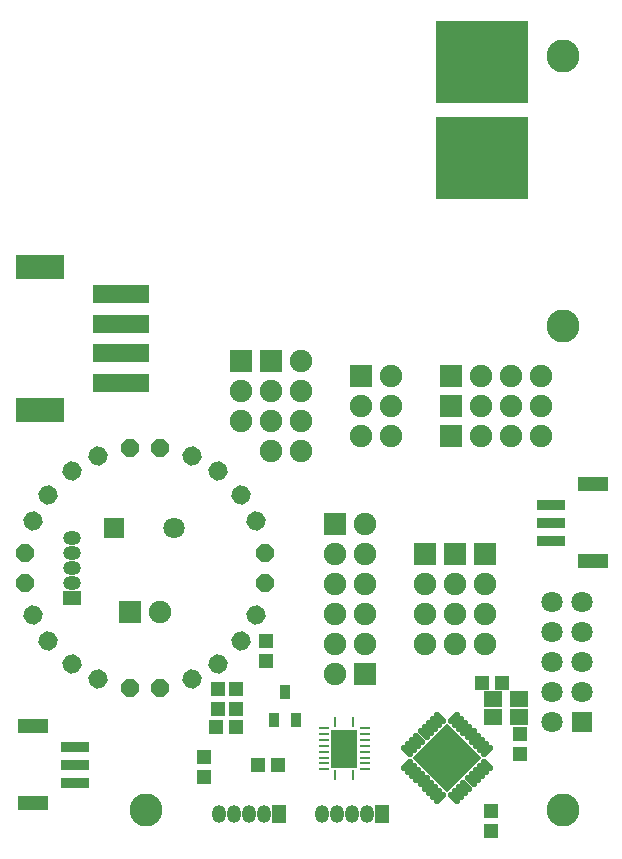
<source format=gbs>
G04 DipTrace 3.1.0.1*
G04 BottomMask.gbr*
%MOIN*%
G04 #@! TF.FileFunction,Soldermask,Bot*
G04 #@! TF.Part,Single*
%AMOUTLINE0*5,1,8,0,0,0.066,-22.49998*%
%AMOUTLINE1*5,1,8,0,0,0.066,-262.500516*%
%AMOUTLINE2*5,1,8,0,0,0.066001,-232.500313*%
%AMOUTLINE3*5,1,8,0,0,0.066,7.499484*%
%AMOUTLINE4*5,1,8,0,0,0.066,-112.49998*%
%AMOUTLINE5*5,1,8,0,0,0.066,-202.49998*%
%AMOUTLINE6*5,1,8,0,0,0.066001,37.499687*%
%AMOUTLINE7*5,1,8,0,0,0.066,-82.500516*%
%AMOUTLINE8*5,1,8,0,0,0.066,-172.500516*%
%AMOUTLINE9*5,1,8,0,0,0.066,67.50002*%
%AMOUTLINE10*5,1,8,0,0,0.066001,-52.500313*%
%AMOUTLINE11*5,1,8,0,0,0.066001,-142.500313*%
%AMOUTLINE13*
4,1,16,
0.003754,-0.017763,
0.007134,-0.019885,
0.01156,-0.020386,
0.015765,-0.018913,
0.018913,-0.015765,
0.020386,-0.01156,
0.019885,-0.007134,
0.017763,-0.003754,
-0.003754,0.017763,
-0.007134,0.019885,
-0.01156,0.020386,
-0.015765,0.018913,
-0.018913,0.015765,
-0.020386,0.01156,
-0.019885,0.007134,
-0.017763,0.003754,
0.003754,-0.017763,
0*%
%AMOUTLINE16*
4,1,16,
-0.017763,-0.003754,
-0.019885,-0.007134,
-0.020386,-0.01156,
-0.018913,-0.015765,
-0.015765,-0.018913,
-0.01156,-0.020386,
-0.007134,-0.019885,
-0.003754,-0.017763,
0.017763,0.003754,
0.019885,0.007134,
0.020386,0.01156,
0.018913,0.015765,
0.015765,0.018913,
0.01156,0.020386,
0.007134,0.019885,
0.003754,0.017763,
-0.017763,-0.003754,
0*%
%AMOUTLINE19*5,1,4,0,0,0.228455,90.0*%
%ADD53R,0.011024X0.033465*%
%ADD54R,0.033465X0.011024*%
%ADD60C,0.11*%
%ADD69R,0.063118X0.053276*%
%ADD71R,0.088709X0.128079*%
%ADD77R,0.098551X0.051*%
%ADD79R,0.094614X0.035559*%
%ADD85R,0.033591X0.049339*%
%ADD87C,0.070992*%
%ADD89O,0.04737X0.059181*%
%ADD91R,0.04737X0.059181*%
%ADD93O,0.059181X0.04737*%
%ADD95R,0.059181X0.04737*%
%ADD97C,0.074929*%
%ADD99R,0.074929X0.074929*%
%ADD101R,0.051307X0.04737*%
%ADD103R,0.04737X0.051307*%
%ADD105R,0.070992X0.070992*%
%ADD107C,0.070992*%
%ADD109R,0.308X0.278*%
%ADD111R,0.161543X0.078866*%
%ADD113R,0.185165X0.059181*%
%ADD120OUTLINE0*%
%ADD121OUTLINE1*%
%ADD122OUTLINE2*%
%ADD123OUTLINE3*%
%ADD124OUTLINE4*%
%ADD125OUTLINE5*%
%ADD126OUTLINE6*%
%ADD127OUTLINE7*%
%ADD128OUTLINE8*%
%ADD129OUTLINE9*%
%ADD130OUTLINE10*%
%ADD131OUTLINE11*%
%ADD133OUTLINE13*%
%ADD136OUTLINE16*%
%ADD139OUTLINE19*%
%FSLAX26Y26*%
G04*
G70*
G90*
G75*
G01*
G04 BotMask*
%LPD*%
D113*
X793498Y2175614D3*
Y1978402D3*
Y2077402D3*
D111*
X522782Y2365402D3*
Y1887402D3*
D113*
X793498Y2274039D3*
D109*
X1996002Y2729029D3*
Y3049029D3*
D107*
X972002Y1496029D3*
D105*
X772002D3*
D103*
X2026002Y553029D3*
Y486100D3*
X1117002Y959029D3*
Y892100D3*
X2124002Y810029D3*
Y743100D3*
D101*
X1996002Y980029D3*
X2062931D3*
D99*
X1595002Y2001029D3*
D97*
X1695002D3*
X1595002Y1901029D3*
X1695002D3*
X1595002Y1801029D3*
X1695002D3*
D99*
X1295002Y2051029D3*
D97*
X1395002D3*
X1295002Y1951029D3*
X1395002D3*
X1295002Y1851029D3*
X1395002D3*
X1295002Y1751029D3*
X1395002D3*
D99*
X1895298Y1801029D3*
D97*
X1995298D3*
X2095298D3*
X2195298D3*
D99*
X1895034Y1901284D3*
D97*
X1995034D3*
X2095034D3*
X2195034D3*
D99*
X1895034Y2001029D3*
D97*
X1995034D3*
X2095034D3*
X2195034D3*
D99*
X1195002Y2051029D3*
D97*
Y1951029D3*
Y1851029D3*
D95*
X630002Y1263029D3*
D93*
Y1313029D3*
Y1363029D3*
Y1413029D3*
Y1463029D3*
D91*
X1664753Y542029D3*
D89*
X1614753D3*
X1564753D3*
X1514753D3*
X1464753D3*
D91*
X1321002D3*
D89*
X1271002D3*
X1221002D3*
X1171002D3*
X1121002D3*
D105*
X2329002Y849029D3*
D87*
X2229002D3*
X2329002Y949029D3*
X2229002D3*
X2329002Y1049029D3*
X2229002D3*
X2329002Y1149029D3*
X2229002D3*
X2329002Y1249029D3*
X2229002D3*
D99*
X1506502Y1508780D3*
D97*
X1606502D3*
X1506502Y1408780D3*
X1606502D3*
X1506502Y1308780D3*
X1606502D3*
X1506502Y1208780D3*
X1606502D3*
D99*
X2006382Y1409185D3*
D97*
Y1309185D3*
Y1209185D3*
Y1109185D3*
D99*
X1906371Y1409185D3*
D97*
Y1309185D3*
Y1209185D3*
Y1109185D3*
D99*
X1806106Y1408912D3*
D97*
Y1308912D3*
Y1208912D3*
Y1108912D3*
D99*
X1607002Y1009029D3*
D97*
X1507002D3*
X1607002Y1109029D3*
X1507002D3*
D99*
X823002Y1214029D3*
D97*
X923002D3*
D85*
X1377252Y856778D3*
X1302449D3*
X1339850Y947330D3*
D103*
X1070002Y665029D3*
Y731958D3*
D101*
X1316002Y704029D3*
X1249073D3*
D103*
X1177002Y891029D3*
Y957958D3*
D101*
X1109002Y831029D3*
X1175931D3*
D103*
X1276002Y1052029D3*
Y1118958D3*
D79*
X2227002Y1513029D3*
Y1573029D3*
D77*
X2367002Y1384029D3*
Y1642029D3*
D79*
X2227002Y1453029D3*
X639480Y706710D3*
Y646710D3*
D77*
X499480Y835710D3*
Y577710D3*
D79*
X639480Y766710D3*
D120*
X823002Y963029D3*
X923002D3*
D121*
X1244609Y1519728D3*
X1194609Y1606331D3*
D122*
X1116304Y1684226D3*
X1029700Y1734226D3*
D123*
X1029702Y991422D3*
X1116304Y1041422D3*
D124*
X473002Y1413029D3*
Y1313029D3*
D125*
X923002Y1763029D3*
X823002D3*
D126*
X1194199Y1119728D3*
X1244199Y1206331D3*
D127*
X501395Y1206330D3*
X551395Y1119727D3*
D128*
X716303Y1734636D3*
X629700Y1684636D3*
D129*
X1273002Y1313029D3*
Y1413029D3*
D130*
X629701Y1041832D3*
X716305Y991832D3*
D131*
X551806Y1606330D3*
X501806Y1519727D3*
D53*
X1508502Y848029D3*
X1567557D3*
D54*
X1605943Y828928D3*
Y809243D3*
Y789558D3*
Y769873D3*
Y750186D3*
Y730501D3*
Y710816D3*
Y691131D3*
D53*
X1567557Y672030D3*
X1508502D3*
D54*
X1470117Y691131D3*
Y710816D3*
Y730501D3*
Y750186D3*
Y769873D3*
Y789558D3*
Y809243D3*
Y828928D3*
D71*
X1538030Y760029D3*
D133*
X2014753Y706778D3*
X2000834Y692858D3*
X1986914Y678940D3*
X1972994Y665020D3*
X1959076Y651100D3*
X1945156Y637181D3*
X1931237Y623261D3*
X1917317Y609343D3*
X1903397Y595423D3*
D136*
X1858299D3*
X1844379Y609343D3*
X1830460Y623261D3*
X1816540Y637181D3*
X1802622Y651100D3*
X1788702Y665020D3*
X1774782Y678940D3*
X1760863Y692858D3*
X1746943Y706778D3*
D133*
Y751877D3*
X1760863Y765797D3*
X1774782Y779715D3*
X1788702Y793635D3*
X1802622Y807555D3*
X1816540Y821474D3*
X1830460Y835394D3*
X1844379Y849312D3*
X1858299Y863232D3*
D136*
X1903397D3*
X1917317Y849312D3*
X1931237Y835394D3*
X1945156Y821474D3*
X1959076Y807555D3*
X1972994Y793635D3*
X1986914Y779715D3*
X2000834Y765797D3*
X2014753Y751877D3*
D139*
X1880849Y729327D3*
D69*
X2035002Y927029D3*
X2121617D3*
Y864038D3*
X2035002D3*
D60*
X2267002Y556029D3*
Y2170029D3*
Y3067530D3*
X877002Y556029D3*
M02*

</source>
